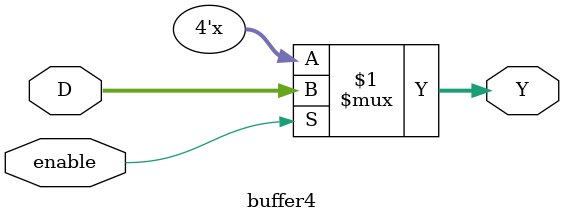
<source format=v>

module buffer4 (input wire [3:0]D,
                input wire enable,
                output wire [3:0]Y);
  assign Y = enable ? D : 4'bz;
 //si enable = 1 deja pasar el dato de D, sino en alta impedancia
endmodule // buffer4

</source>
